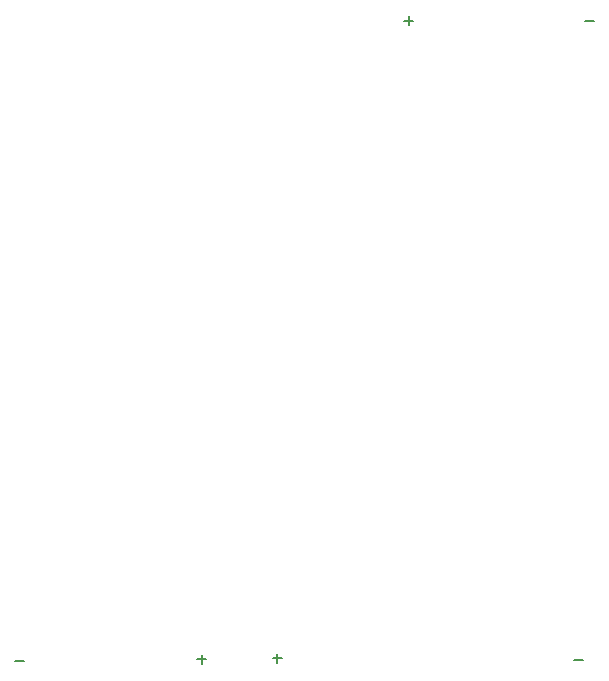
<source format=gbr>
%TF.GenerationSoftware,KiCad,Pcbnew,7.0.7*%
%TF.CreationDate,2023-10-17T18:40:51-05:00*%
%TF.ProjectId,stm32f405rgt6,73746d33-3266-4343-9035-726774362e6b,rev?*%
%TF.SameCoordinates,Original*%
%TF.FileFunction,Legend,Bot*%
%TF.FilePolarity,Positive*%
%FSLAX46Y46*%
G04 Gerber Fmt 4.6, Leading zero omitted, Abs format (unit mm)*
G04 Created by KiCad (PCBNEW 7.0.7) date 2023-10-17 18:40:51*
%MOMM*%
%LPD*%
G01*
G04 APERTURE LIST*
%ADD10C,0.150000*%
G04 APERTURE END LIST*
D10*
X182013220Y-70478866D02*
X181251316Y-70478866D01*
X181632268Y-70859819D02*
X181632268Y-70097914D01*
X170873220Y-124438866D02*
X170111316Y-124438866D01*
X170492268Y-124819819D02*
X170492268Y-124057914D01*
X164493220Y-124528866D02*
X163731316Y-124528866D01*
X164112268Y-124909819D02*
X164112268Y-124147914D01*
X197303220Y-70458866D02*
X196541316Y-70458866D01*
X196363220Y-124548866D02*
X195601316Y-124548866D01*
X149093220Y-124628866D02*
X148331316Y-124628866D01*
M02*

</source>
